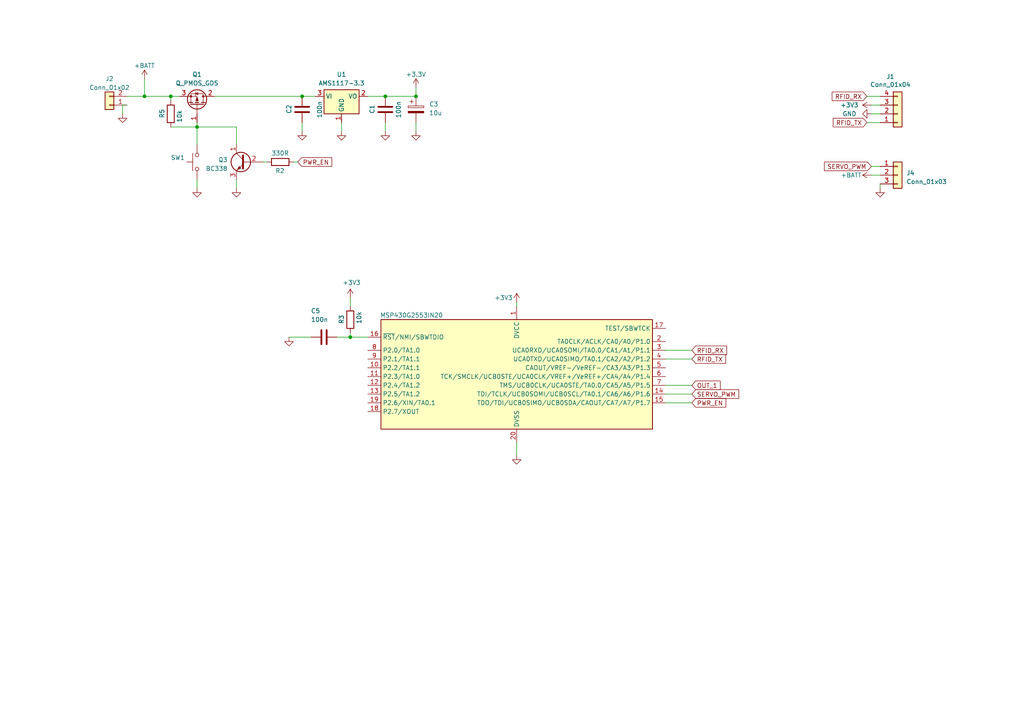
<source format=kicad_sch>
(kicad_sch (version 20230121) (generator eeschema)
  (paper "A4")
  (lib_symbols
    (symbol "Connector_Generic:Conn_01x02" (pin_names (offset 1.016) hide)
      (property "Reference" "J" (at 0 2.54 0))
      (property "Value" "Conn_01x02" (at 0 -5.08 0))
      (symbol "Conn_01x02_1_1"
        (rectangle (start -1.27 -2.413) (end 0 -2.667) (stroke (width 0.1524)))
        (rectangle (start -1.27 0.127) (end 0 -0.127) (stroke (width 0.1524)))
        (rectangle (start -1.27 1.27) (end 1.27 -3.81) (stroke (width 0.254)) (fill (type background)))
        (pin passive line (at -5.08 0 0) (length 3.81) (name "Pin_1") (number "1"))
        (pin passive line (at -5.08 -2.54 0) (length 3.81) (name "Pin_2") (number "2"))
      )
    )
    (symbol "Connector_Generic:Conn_01x03" (pin_names (offset 1.016) hide)
      (property "Reference" "J" (at 0 5.08 0))
      (property "Value" "Conn_01x03" (at 0 -5.08 0))
      (symbol "Conn_01x03_1_1"
        (rectangle (start -1.27 -2.413) (end 0 -2.667) (stroke (width 0.1524)))
        (rectangle (start -1.27 0.127) (end 0 -0.127) (stroke (width 0.1524)))
        (rectangle (start -1.27 2.667) (end 0 2.413) (stroke (width 0.1524)))
        (rectangle (start -1.27 3.81) (end 1.27 -3.81) (stroke (width 0.254)) (fill (type background)))
        (pin passive line (at -5.08 2.54 0) (length 3.81) (name "Pin_1") (number "1"))
        (pin passive line (at -5.08 0 0) (length 3.81) (name "Pin_2") (number "2"))
        (pin passive line (at -5.08 -2.54 0) (length 3.81) (name "Pin_3") (number "3"))
      )
    )
    (symbol "Connector_Generic:Conn_01x04" (pin_names (offset 1.016) hide)
      (property "Reference" "J" (at 0 5.08 0))
      (property "Value" "Conn_01x04" (at 0 -7.62 0))
      (symbol "Conn_01x04_1_1"
        (rectangle (start -1.27 -4.953) (end 0 -5.207) (stroke (width 0.1524)))
        (rectangle (start -1.27 -2.413) (end 0 -2.667) (stroke (width 0.1524)))
        (rectangle (start -1.27 0.127) (end 0 -0.127) (stroke (width 0.1524)))
        (rectangle (start -1.27 2.667) (end 0 2.413) (stroke (width 0.1524)))
        (rectangle (start -1.27 3.81) (end 1.27 -6.35) (stroke (width 0.254)) (fill (type background)))
        (pin passive line (at -5.08 2.54 0) (length 3.81) (name "Pin_1") (number "1"))
        (pin passive line (at -5.08 0 0) (length 3.81) (name "Pin_2") (number "2"))
        (pin passive line (at -5.08 -2.54 0) (length 3.81) (name "Pin_3") (number "3"))
        (pin passive line (at -5.08 -5.08 0) (length 3.81) (name "Pin_4") (number "4"))
      )
    )
    (symbol "Device:C" (pin_numbers hide) (pin_names (offset 0.254))
      (property "Reference" "C" (at 0.635 2.54 0))
      (property "Value" "C" (at 0.635 -2.54 0))
      (symbol "C_0_1"
        (polyline (pts (xy -2.032 -0.762) (xy 2.032 -0.762)) (stroke (width 0.508)))
        (polyline (pts (xy -2.032 0.762) (xy 2.032 0.762)) (stroke (width 0.508)))
      )
      (symbol "C_1_1"
        (pin passive line (at 0 3.81 270) (length 2.794) (name "~") (number "1"))
        (pin passive line (at 0 -3.81 90) (length 2.794) (name "~") (number "2"))
      )
    )
    (symbol "Device:C_Polarized" (pin_numbers hide) (pin_names (offset 0.254))
      (property "Reference" "C" (at 0.635 2.54 0))
      (property "Value" "C_Polarized" (at 0.635 -2.54 0))
      (symbol "C_Polarized_0_1"
        (rectangle (start -2.286 0.508) (end 2.286 1.016))
        (polyline (pts (xy -1.778 2.286) (xy -0.762 2.286)))
        (polyline (pts (xy -1.27 2.794) (xy -1.27 1.778)))
        (rectangle (start 2.286 -0.508) (end -2.286 -1.016) (fill (type outline)))
      )
      (symbol "C_Polarized_1_1"
        (pin passive line (at 0 3.81 270) (length 2.794) (name "~") (number "1"))
        (pin passive line (at 0 -3.81 90) (length 2.794) (name "~") (number "2"))
      )
    )
    (symbol "Device:Q_PMOS_GDS" (pin_names (offset 0) hide)
      (property "Reference" "Q" (at 5.08 1.27 0))
      (property "Value" "Q_PMOS_GDS" (at 5.08 -1.27 0))
      (symbol "Q_PMOS_GDS_0_1"
        (polyline (pts (xy 0.254 0) (xy -2.54 0)))
        (polyline (pts (xy 0.254 1.905) (xy 0.254 -1.905)) (stroke (width 0.254)))
        (polyline (pts (xy 0.762 -1.27) (xy 0.762 -2.286)) (stroke (width 0.254)))
        (polyline (pts (xy 0.762 0.508) (xy 0.762 -0.508)) (stroke (width 0.254)))
        (polyline (pts (xy 0.762 2.286) (xy 0.762 1.27)) (stroke (width 0.254)))
        (polyline (pts (xy 2.54 2.54) (xy 2.54 1.778)))
        (polyline (pts (xy 2.54 -2.54) (xy 2.54 0) (xy 0.762 0)))
        (polyline (pts (xy 0.762 1.778) (xy 3.302 1.778) (xy 3.302 -1.778) (xy 0.762 -1.778)))
        (polyline (pts (xy 2.286 0) (xy 1.27 0.381) (xy 1.27 -0.381) (xy 2.286 0)) (fill (type outline)))
        (polyline (pts (xy 2.794 -0.508) (xy 2.921 -0.381) (xy 3.683 -0.381) (xy 3.81 -0.254)))
        (polyline (pts (xy 3.302 -0.381) (xy 2.921 0.254) (xy 3.683 0.254) (xy 3.302 -0.381)))
        (circle (center 1.651 0) (radius 2.794) (stroke (width 0.254)))
        (circle (center 2.54 -1.778) (radius 0.254) (fill (type outline)))
        (circle (center 2.54 1.778) (radius 0.254) (fill (type outline)))
      )
      (symbol "Q_PMOS_GDS_1_1"
        (pin input line (at -5.08 0 0) (length 2.54) (name "G") (number "1"))
        (pin passive line (at 2.54 5.08 270) (length 2.54) (name "D") (number "2"))
        (pin passive line (at 2.54 -5.08 90) (length 2.54) (name "S") (number "3"))
      )
    )
    (symbol "Device:R" (pin_numbers hide) (pin_names (offset 0))
      (property "Reference" "R" (at 2.032 0 90))
      (property "Value" "R" (at 0 0 90))
      (symbol "R_0_1"
        (rectangle (start -1.016 -2.54) (end 1.016 2.54) (stroke (width 0.254)))
      )
      (symbol "R_1_1"
        (pin passive line (at 0 3.81 270) (length 1.27) (name "~") (number "1"))
        (pin passive line (at 0 -3.81 90) (length 1.27) (name "~") (number "2"))
      )
    )
    (symbol "MCU_Texas_MSP430:MSP430G2553IN20"
      (property "Reference" "U" (at -38.1 17.78 0))
      (property "Value" "MSP430G2553IN20" (at 31.75 -16.51 0))
      (symbol "MSP430G2553IN20_0_1"
        (rectangle (start -39.37 16.51) (end 39.37 -15.24) (stroke (width 0.254)) (fill (type background)))
      )
      (symbol "MSP430G2553IN20_1_1"
        (pin power_in line (at 0 20.32 270) (length 3.81) (name "DVCC") (number "1"))
        (pin bidirectional line (at -43.18 2.54 0) (length 3.81) (name "P2.2/TA1.1") (number "10"))
        (pin bidirectional line (at -43.18 0 0) (length 3.81) (name "P2.3/TA1.0") (number "11"))
        (pin bidirectional line (at -43.18 -2.54 0) (length 3.81) (name "P2.4/TA1.2") (number "12"))
        (pin bidirectional line (at -43.18 -5.08 0) (length 3.81) (name "P2.5/TA1.2") (number "13"))
        (pin bidirectional line (at 43.18 -5.08 180) (length 3.81) (name "TDI/TCLK/UCB0SOMI/UCB0SCL/TA0.1/CA6/A6/P1.6") (number "14"))
        (pin bidirectional line (at 43.18 -7.62 180) (length 3.81) (name "TDO/TDI/UCB0SIMO/UCB0SDA/CAOUT/CA7/A7/P1.7") (number "15"))
        (pin input line (at -43.18 11.43 0) (length 3.81) (name "~{RST}/NMI/SBWTDIO") (number "16"))
        (pin input line (at 43.18 13.97 180) (length 3.81) (name "TEST/SBWTCK") (number "17"))
        (pin bidirectional line (at -43.18 -10.16 0) (length 3.81) (name "P2.7/XOUT") (number "18"))
        (pin bidirectional line (at -43.18 -7.62 0) (length 3.81) (name "P2.6/XIN/TA0.1") (number "19"))
        (pin bidirectional line (at 43.18 10.16 180) (length 3.81) (name "TA0CLK/ACLK/CA0/A0/P1.0") (number "2"))
        (pin power_in line (at 0 -19.05 90) (length 3.81) (name "DVSS") (number "20"))
        (pin bidirectional line (at 43.18 7.62 180) (length 3.81) (name "UCA0RXD/UCA0SOMI/TA0.0/CA1/A1/P1.1") (number "3"))
        (pin bidirectional line (at 43.18 5.08 180) (length 3.81) (name "UCA0TXD/UCA0SIMO/TA0.1/CA2/A2/P1.2") (number "4"))
        (pin bidirectional line (at 43.18 2.54 180) (length 3.81) (name "CAOUT/VREF-/VeREF-/CA3/A3/P1.3") (number "5"))
        (pin bidirectional line (at 43.18 0 180) (length 3.81) (name "TCK/SMCLK/UCB0STE/UCA0CLK/VREF+/VeREF+/CA4/A4/P1.4") (number "6"))
        (pin bidirectional line (at 43.18 -2.54 180) (length 3.81) (name "TMS/UCB0CLK/UCA0STE/TA0.0/CA5/A5/P1.5") (number "7"))
        (pin bidirectional line (at -43.18 7.62 0) (length 3.81) (name "P2.0/TA1.0") (number "8"))
        (pin bidirectional line (at -43.18 5.08 0) (length 3.81) (name "P2.1/TA1.1") (number "9"))
      )
    )
    (symbol "Regulator_Linear:AMS1117-3.3"
      (property "Reference" "U" (at -3.81 3.175 0))
      (property "Value" "AMS1117-3.3" (at 0 3.175 0))
      (symbol "AMS1117-3.3_0_1"
        (rectangle (start -5.08 -5.08) (end 5.08 1.905) (stroke (width 0.254)) (fill (type background)))
      )
      (symbol "AMS1117-3.3_1_1"
        (pin power_in line (at 0 -7.62 90) (length 2.54) (name "GND") (number "1"))
        (pin power_out line (at 7.62 0 180) (length 2.54) (name "VO") (number "2"))
        (pin power_in line (at -7.62 0 0) (length 2.54) (name "VI") (number "3"))
      )
    )
    (symbol "Switch:SW_MEC_5G" (pin_numbers hide) (pin_names (offset 1.016) hide)
      (property "Reference" "SW" (at 1.27 2.54 0))
      (property "Value" "SW_MEC_5G" (at 0 -1.524 0))
      (symbol "SW_MEC_5G_0_1"
        (circle (center -2.032 0) (radius 0.508))
        (polyline (pts (xy 0 1.27) (xy 0 3.048)))
        (polyline (pts (xy 2.54 1.27) (xy -2.54 1.27)))
        (circle (center 2.032 0) (radius 0.508))
        (pin passive line (at -5.08 0 0) (length 2.54) (name "A") (number "1"))
        (pin passive line (at 5.08 0 180) (length 2.54) (name "B") (number "3"))
      )
      (symbol "SW_MEC_5G_1_1"
        (pin passive line (at -5.08 0 0) (length 2.54) hide (name "A") (number "2"))
        (pin passive line (at 5.08 0 180) (length 2.54) hide (name "B") (number "4"))
      )
    )
    (symbol "Transistor_BJT:BC338" (pin_names (offset 0) hide)
      (property "Reference" "Q" (at 5.08 1.905 0))
      (property "Value" "BC338" (at 5.08 0 0))
      (symbol "BC338_0_1"
        (polyline (pts (xy 0 0) (xy 0.635 0)))
        (polyline (pts (xy 0.635 0.635) (xy 2.54 2.54)))
        (polyline (pts (xy 0.635 -0.635) (xy 2.54 -2.54) (xy 2.54 -2.54)))
        (polyline (pts (xy 0.635 1.905) (xy 0.635 -1.905) (xy 0.635 -1.905)) (stroke (width 0.508)))
        (polyline (pts (xy 1.27 -1.778) (xy 1.778 -1.27) (xy 2.286 -2.286) (xy 1.27 -1.778) (xy 1.27 -1.778)) (fill (type outline)))
        (circle (center 1.27 0) (radius 2.8194) (stroke (width 0.254)))
      )
      (symbol "BC338_1_1"
        (pin passive line (at 2.54 5.08 270) (length 2.54) (name "C") (number "1"))
        (pin input line (at -5.08 0 0) (length 5.08) (name "B") (number "2"))
        (pin passive line (at 2.54 -5.08 90) (length 2.54) (name "E") (number "3"))
      )
    )
    (symbol "power:+3.3V" (power) (pin_names (offset 0))
      (property "Value" "+3.3V" (at 0 3.556 0))
      (symbol "+3.3V_0_1"
        (polyline (pts (xy -0.762 1.27) (xy 0 2.54)))
        (polyline (pts (xy 0 0) (xy 0 2.54)))
        (polyline (pts (xy 0 2.54) (xy 0.762 1.27)))
      )
      (symbol "+3.3V_1_1"
        (pin power_in line (at 0 0 90) (length 0) hide (name "+3.3V") (number "1"))
      )
    )
    (symbol "power:+BATT" (power) (pin_names (offset 0))
      (property "Value" "+BATT" (at 0 3.556 0))
      (symbol "+BATT_0_1"
        (polyline (pts (xy -0.762 1.27) (xy 0 2.54)))
        (polyline (pts (xy 0 0) (xy 0 2.54)))
        (polyline (pts (xy 0 2.54) (xy 0.762 1.27)))
      )
      (symbol "+BATT_1_1"
        (pin power_in line (at 0 0 90) (length 0) hide (name "+BATT") (number "1"))
      )
    )
    (symbol "power:GND" (power) (pin_names (offset 0))
      (property "Value" "GND" (at 0 -3.81 0))
      (symbol "GND_0_1"
        (polyline (pts (xy 0 0) (xy 0 -1.27) (xy 1.27 -1.27) (xy 0 -2.54) (xy -1.27 -1.27) (xy 0 -1.27)))
      )
      (symbol "GND_1_1"
        (pin power_in line (at 0 0 270) (length 0) hide (name "GND") (number "1"))
      )
    )
    (symbol "project-rescue:+3.3V-power" (power) (pin_names (offset 0))
      (property "Value" "+3.3V-power" (at 0 3.556 0))
      (symbol "+3.3V-power_0_1"
        (polyline (pts (xy -0.762 1.27) (xy 0 2.54)))
        (polyline (pts (xy 0 0) (xy 0 2.54)))
        (polyline (pts (xy 0 2.54) (xy 0.762 1.27)))
      )
      (symbol "+3.3V-power_1_1"
        (pin power_in line (at 0 0 90) (length 0) hide (name "+3V3") (number "1"))
      )
    )
  )
  (junction (at 49.53 27.94))
  (junction (at 41.91 27.94))
  (junction (at 101.6 97.79))
  (junction (at 87.63 27.94))
  (junction (at 111.76 27.94))
  (junction (at 57.15 36.83))
  (junction (at 120.65 27.94))
  (wire (pts (xy 193.04 104.14) (xy 200.66 104.14)))
  (wire (pts (xy 193.04 114.3) (xy 200.66 114.3)))
  (wire (pts (xy 252.73 50.8) (xy 255.27 50.8)))
  (wire (pts (xy 111.76 35.56) (xy 111.76 38.1)))
  (wire (pts (xy 149.86 87.63) (xy 149.86 88.9)))
  (wire (pts (xy 57.15 36.83) (xy 68.58 36.83)))
  (wire (pts (xy 120.65 35.56) (xy 120.65 38.1)))
  (wire (pts (xy 251.46 27.94) (xy 255.27 27.94)))
  (wire (pts (xy 57.15 36.83) (xy 57.15 41.91)))
  (wire (pts (xy 106.68 27.94) (xy 111.76 27.94)))
  (wire (pts (xy 193.04 116.84) (xy 200.66 116.84)))
  (wire (pts (xy 111.76 27.94) (xy 120.65 27.94)))
  (wire (pts (xy 252.73 30.48) (xy 255.27 30.48)))
  (wire (pts (xy 87.63 27.94) (xy 91.44 27.94)))
  (wire (pts (xy 68.58 52.07) (xy 68.58 54.61)))
  (wire (pts (xy 193.04 101.6) (xy 200.66 101.6)))
  (wire (pts (xy 149.86 128.27) (xy 149.86 132.08)))
  (wire (pts (xy 49.53 27.94) (xy 49.53 29.21)))
  (wire (pts (xy 57.15 52.07) (xy 57.15 54.61)))
  (wire (pts (xy 85.09 46.99) (xy 86.36 46.99)))
  (wire (pts (xy 252.73 33.02) (xy 255.27 33.02)))
  (wire (pts (xy 62.23 27.94) (xy 87.63 27.94)))
  (wire (pts (xy 35.56 30.48) (xy 36.83 30.48)))
  (wire (pts (xy 36.83 27.94) (xy 41.91 27.94)))
  (wire (pts (xy 41.91 27.94) (xy 49.53 27.94)))
  (wire (pts (xy 83.82 97.79) (xy 90.17 97.79)))
  (wire (pts (xy 252.73 48.26) (xy 255.27 48.26)))
  (wire (pts (xy 68.58 36.83) (xy 68.58 41.91)))
  (wire (pts (xy 120.65 25.4) (xy 120.65 27.94)))
  (wire (pts (xy 35.56 30.48) (xy 35.56 33.02)))
  (wire (pts (xy 57.15 35.56) (xy 57.15 36.83)))
  (wire (pts (xy 99.06 35.56) (xy 99.06 38.1)))
  (wire (pts (xy 49.53 36.83) (xy 57.15 36.83)))
  (wire (pts (xy 193.04 111.76) (xy 200.66 111.76)))
  (wire (pts (xy 49.53 27.94) (xy 52.07 27.94)))
  (wire (pts (xy 41.91 22.86) (xy 41.91 27.94)))
  (wire (pts (xy 87.63 35.56) (xy 87.63 38.1)))
  (wire (pts (xy 255.27 53.34) (xy 255.27 54.61)))
  (wire (pts (xy 251.46 35.56) (xy 255.27 35.56)))
  (wire (pts (xy 97.79 97.79) (xy 101.6 97.79)))
  (wire (pts (xy 101.6 96.52) (xy 101.6 97.79)))
  (wire (pts (xy 101.6 97.79) (xy 106.68 97.79)))
  (wire (pts (xy 101.6 86.36) (xy 101.6 88.9)))
  (wire (pts (xy 76.2 46.99) (xy 77.47 46.99)))
  (global_label "RFID_TX" (shape input) (at 251.46 35.56 180) (property "Intersheetrefs" "${INTERSHEET_REFS}" (effects hide)))
  (global_label "SERVO_PWM" (shape input) (at 252.73 48.26 180) (property "Intersheetrefs" "${INTERSHEET_REFS}" (effects hide)))
  (global_label "RFID_TX" (shape input) (at 200.66 104.14 0) (property "Intersheetrefs" "${INTERSHEET_REFS}" (effects hide)))
  (global_label "PWR_EN" (shape input) (at 200.66 116.84 0) (property "Intersheetrefs" "${INTERSHEET_REFS}" (effects hide)))
  (global_label "OUT_1" (shape input) (at 200.66 111.76 0) (property "Intersheetrefs" "${INTERSHEET_REFS}" (effects hide)))
  (global_label "RFID_RX" (shape input) (at 200.66 101.6 0) (property "Intersheetrefs" "${INTERSHEET_REFS}" (effects hide)))
  (global_label "SERVO_PWM" (shape input) (at 200.66 114.3 0) (property "Intersheetrefs" "${INTERSHEET_REFS}" (effects hide)))
  (global_label "PWR_EN" (shape input) (at 86.36 46.99 0) (property "Intersheetrefs" "${INTERSHEET_REFS}" (effects hide)))
  (global_label "RFID_RX" (shape input) (at 251.46 27.94 180) (property "Intersheetrefs" "${INTERSHEET_REFS}" (effects hide)))
  (symbol (lib_id "Device:R") (at 81.28 46.99 270) (unit 1)
    (property "Reference" "R2" (at 82.55 49.53 90) (effects (justify right)))
    (property "Value" "330R" (at 83.82 44.45 90) (effects (justify right)))
    (property "Footprint" "Resistor_SMD:R_0805_2012Metric" (effects hide))
  )
  (symbol (lib_id "Device:C_Polarized") (at 120.65 31.75 0) (unit 1)
    (property "Reference" "C3" (at 124.46 30.226 0) (effects (justify left)))
    (property "Value" "10u" (at 124.46 32.766 0) (effects (justify left)))
  )
  (symbol (lib_id "power:GND") (at 111.76 38.1 0) (unit 1)
    (property "Reference" "#PWR08" (effects hide))
    (property "Value" "GND" (effects hide))
  )
  (symbol (lib_id "power:GND") (at 252.73 33.02 270) (unit 1)
    (property "Reference" "#PWR015" (effects hide))
    (property "Value" "GND" (at 246.38 33.02 90))
  )
  (symbol (lib_id "Connector_Generic:Conn_01x04") (at 260.35 33.02 0) (mirror x) (unit 1)
    (property "Reference" "J1" (at 258.2672 22.225 0))
    (property "Value" "Conn_01x04" (at 258.2672 24.5364 0))
    (property "Footprint" "Connector_PinHeader_2.54mm:PinHeader_1x04_P2.54mm_Vertical" (effects hide))
  )
  (symbol (lib_id "power:GND") (at 35.56 33.02 0) (unit 1)
    (property "Reference" "#PWR02" (effects hide))
    (property "Value" "GND" (effects hide))
  )
  (symbol (lib_id "power:GND") (at 83.82 97.79 0) (unit 1)
    (property "Reference" "#PWR013" (effects hide))
    (property "Value" "GND" (effects hide))
  )
  (symbol (lib_id "Regulator_Linear:AMS1117-3.3") (at 99.06 27.94 0) (unit 1)
    (property "Reference" "U1" (at 99.06 21.59 0))
    (property "Value" "AMS1117-3.3" (at 99.06 24.13 0))
    (property "Footprint" "Package_TO_SOT_SMD:SOT-223-3_TabPin2" (effects hide))
    (property "Datasheet" "http://www.advanced-monolithic.com/pdf/ds1117.pdf" (effects hide))
  )
  (symbol (lib_id "power:GND") (at 255.27 54.61 0) (unit 1)
    (property "Reference" "#PWR05" (effects hide))
    (property "Value" "GND" (effects hide))
  )
  (symbol (lib_id "power:GND") (at 68.58 54.61 0) (unit 1)
    (property "Reference" "#PWR014" (effects hide))
    (property "Value" "GND" (effects hide))
  )
  (symbol (lib_id "MCU_Texas_MSP430:MSP430G2553IN20") (at 149.86 109.22 0) (unit 1)
    (property "Reference" "U3" (effects hide))
    (property "Value" "MSP430G2553IN20" (at 119.38 91.44 0))
    (property "Footprint" "Package_DIP:DIP-20_W7.62mm" (effects hide))
    (property "Datasheet" "http://www.ti.com/lit/ds/symlink/msp430g2553.pdf" (effects hide))
  )
  (symbol (lib_id "power:+3.3V") (at 120.65 25.4 0) (unit 1)
    (property "Reference" "#PWR011" (effects hide))
    (property "Value" "+3.3V" (at 120.65 21.59 0))
  )
  (symbol (lib_id "power:GND") (at 57.15 54.61 0) (unit 1)
    (property "Reference" "#PWR01" (effects hide))
    (property "Value" "GND" (effects hide))
  )
  (symbol (lib_id "Connector_Generic:Conn_01x02") (at 31.75 30.48 180) (unit 1)
    (property "Reference" "J2" (at 31.75 22.86 0))
    (property "Value" "Conn_01x02" (at 31.75 25.4 0))
  )
  (symbol (lib_id "Device:C") (at 93.98 97.79 90) (unit 1)
    (property "Reference" "C5" (at 90.17 90.17 90) (effects (justify right)))
    (property "Value" "100n" (at 90.17 92.71 90) (effects (justify right)))
    (property "Footprint" "Capacitor_SMD:C_1206_3216Metric_Pad1.33x1.80mm_HandSolder" (effects hide))
  )
  (symbol (lib_id "project-rescue:+3.3V-power") (at 101.6 86.36 0) (unit 1)
    (property "Reference" "#PWR016" (effects hide))
    (property "Value" "+3.3V" (at 101.981 81.9658 0))
  )
  (symbol (lib_id "power:+BATT") (at 252.73 50.8 90) (unit 1)
    (property "Reference" "#PWR06" (effects hide))
    (property "Value" "+BATT" (at 243.84 50.8 90) (effects (justify right)))
  )
  (symbol (lib_id "Device:C") (at 111.76 31.75 180) (unit 1)
    (property "Reference" "C1" (at 107.95 33.02 90) (effects (justify right)))
    (property "Value" "100n" (at 115.57 34.29 90) (effects (justify right)))
    (property "Footprint" "Capacitor_SMD:C_1206_3216Metric_Pad1.33x1.80mm_HandSolder" (effects hide))
  )
  (symbol (lib_id "power:GND") (at 99.06 38.1 0) (unit 1)
    (property "Reference" "#PWR07" (effects hide))
    (property "Value" "GND" (effects hide))
  )
  (symbol (lib_id "Device:R") (at 49.53 33.02 180) (unit 1)
    (property "Reference" "R5" (at 46.99 34.29 90) (effects (justify right)))
    (property "Value" "10k" (at 52.07 35.56 90) (effects (justify right)))
    (property "Footprint" "Resistor_SMD:R_0805_2012Metric" (effects hide))
  )
  (symbol (lib_id "Transistor_BJT:BC338") (at 71.12 46.99 0) (mirror y) (unit 1)
    (property "Reference" "Q3" (at 66.04 46.355 0) (effects (justify left)))
    (property "Value" "BC338" (at 66.04 48.895 0) (effects (justify left)))
    (property "Footprint" "Package_TO_SOT_THT:TO-92_Inline" (effects hide))
    (property "Datasheet" "http://diotec.com/tl_files/diotec/files/pdf/datasheets/bc337" (effects hide))
  )
  (symbol (lib_id "power:GND") (at 87.63 38.1 0) (unit 1)
    (property "Reference" "#PWR09" (effects hide))
    (property "Value" "GND" (effects hide))
  )
  (symbol (lib_id "Device:Q_PMOS_GDS") (at 57.15 30.48 270) (mirror x) (unit 1)
    (property "Reference" "Q1" (at 57.15 21.59 90))
    (property "Value" "Q_PMOS_GDS" (at 57.15 24.13 90))
  )
  (symbol (lib_id "power:GND") (at 149.86 132.08 0) (unit 1)
    (property "Reference" "#PWR023" (effects hide))
    (property "Value" "GND" (effects hide))
  )
  (symbol (lib_id "power:GND") (at 120.65 38.1 0) (unit 1)
    (property "Reference" "#PWR010" (effects hide))
    (property "Value" "GND" (effects hide))
  )
  (symbol (lib_id "project-rescue:+3.3V-power") (at 149.86 87.63 0) (unit 1)
    (property "Reference" "#PWR022" (effects hide))
    (property "Value" "+3.3V" (at 146.05 86.36 0))
  )
  (symbol (lib_id "Device:R") (at 101.6 92.71 180) (unit 1)
    (property "Reference" "R3" (at 99.06 93.98 90) (effects (justify right)))
    (property "Value" "10k" (at 104.14 93.98 90) (effects (justify right)))
    (property "Footprint" "Resistor_SMD:R_0805_2012Metric" (effects hide))
  )
  (symbol (lib_id "power:+BATT") (at 41.91 22.86 0) (unit 1)
    (property "Reference" "#PWR03" (effects hide))
    (property "Value" "+BATT" (at 41.91 19.05 0))
  )
  (symbol (lib_id "project-rescue:+3.3V-power") (at 252.73 30.48 90) (mirror x) (unit 1)
    (property "Reference" "#PWR04" (effects hide))
    (property "Value" "+3.3V" (at 246.38 30.48 90))
  )
  (symbol (lib_id "Switch:SW_MEC_5G") (at 57.15 46.99 90) (unit 1)
    (property "Reference" "SW1" (at 49.53 45.72 90) (effects (justify right)))
    (property "Value" "SW_MEC_5G" (effects hide))
    (property "Datasheet" "http://www.apem.com/int/index.php?controller=attachment&id_attachment=488" (effects hide))
  )
  (symbol (lib_id "Device:C") (at 87.63 31.75 180) (unit 1)
    (property "Reference" "C2" (at 83.82 33.02 90) (effects (justify right)))
    (property "Value" "100n" (at 92.71 34.29 90) (effects (justify right)))
    (property "Footprint" "Capacitor_SMD:C_1206_3216Metric_Pad1.33x1.80mm_HandSolder" (effects hide))
  )
  (symbol (lib_id "Connector_Generic:Conn_01x03") (at 260.35 50.8 0) (unit 1)
    (property "Reference" "J4" (at 262.89 50.165 0) (effects (justify left)))
    (property "Value" "Conn_01x03" (at 262.89 52.705 0) (effects (justify left)))
  )
)
</source>
